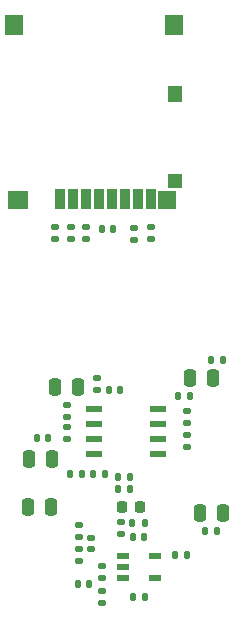
<source format=gbr>
%TF.GenerationSoftware,KiCad,Pcbnew,7.0.7*%
%TF.CreationDate,2023-10-11T19:32:33-04:00*%
%TF.ProjectId,DaisySeedBreakout,44616973-7953-4656-9564-427265616b6f,rev?*%
%TF.SameCoordinates,Original*%
%TF.FileFunction,Paste,Bot*%
%TF.FilePolarity,Positive*%
%FSLAX46Y46*%
G04 Gerber Fmt 4.6, Leading zero omitted, Abs format (unit mm)*
G04 Created by KiCad (PCBNEW 7.0.7) date 2023-10-11 19:32:33*
%MOMM*%
%LPD*%
G01*
G04 APERTURE LIST*
G04 Aperture macros list*
%AMRoundRect*
0 Rectangle with rounded corners*
0 $1 Rounding radius*
0 $2 $3 $4 $5 $6 $7 $8 $9 X,Y pos of 4 corners*
0 Add a 4 corners polygon primitive as box body*
4,1,4,$2,$3,$4,$5,$6,$7,$8,$9,$2,$3,0*
0 Add four circle primitives for the rounded corners*
1,1,$1+$1,$2,$3*
1,1,$1+$1,$4,$5*
1,1,$1+$1,$6,$7*
1,1,$1+$1,$8,$9*
0 Add four rect primitives between the rounded corners*
20,1,$1+$1,$2,$3,$4,$5,0*
20,1,$1+$1,$4,$5,$6,$7,0*
20,1,$1+$1,$6,$7,$8,$9,0*
20,1,$1+$1,$8,$9,$2,$3,0*%
G04 Aperture macros list end*
%ADD10R,1.050000X0.600000*%
%ADD11RoundRect,0.135000X0.135000X0.185000X-0.135000X0.185000X-0.135000X-0.185000X0.135000X-0.185000X0*%
%ADD12RoundRect,0.135000X-0.185000X0.135000X-0.185000X-0.135000X0.185000X-0.135000X0.185000X0.135000X0*%
%ADD13RoundRect,0.135000X0.185000X-0.135000X0.185000X0.135000X-0.185000X0.135000X-0.185000X-0.135000X0*%
%ADD14RoundRect,0.225000X0.225000X0.250000X-0.225000X0.250000X-0.225000X-0.250000X0.225000X-0.250000X0*%
%ADD15RoundRect,0.140000X-0.140000X-0.170000X0.140000X-0.170000X0.140000X0.170000X-0.140000X0.170000X0*%
%ADD16RoundRect,0.140000X0.170000X-0.140000X0.170000X0.140000X-0.170000X0.140000X-0.170000X-0.140000X0*%
%ADD17RoundRect,0.140000X0.140000X0.170000X-0.140000X0.170000X-0.140000X-0.170000X0.140000X-0.170000X0*%
%ADD18RoundRect,0.250000X0.250000X0.475000X-0.250000X0.475000X-0.250000X-0.475000X0.250000X-0.475000X0*%
%ADD19RoundRect,0.135000X-0.135000X-0.185000X0.135000X-0.185000X0.135000X0.185000X-0.135000X0.185000X0*%
%ADD20RoundRect,0.250000X-0.250000X-0.475000X0.250000X-0.475000X0.250000X0.475000X-0.250000X0.475000X0*%
%ADD21R,0.812800X1.676400*%
%ADD22R,1.498600X1.701800*%
%ADD23R,1.295400X1.397000*%
%ADD24R,1.295400X1.295400*%
%ADD25R,1.600200X1.498600*%
%ADD26R,1.701800X1.498600*%
%ADD27R,1.460500X0.558800*%
%ADD28RoundRect,0.140000X-0.170000X0.140000X-0.170000X-0.140000X0.170000X-0.140000X0.170000X0.140000X0*%
G04 APERTURE END LIST*
D10*
%TO.C,U2*%
X146986000Y-81722000D03*
X146986000Y-80772000D03*
X146986000Y-79822000D03*
X149686000Y-79822000D03*
X149686000Y-81722000D03*
%TD*%
D11*
%TO.C,R29*%
X151384000Y-79756000D03*
X152404000Y-79756000D03*
%TD*%
D12*
%TO.C,R20*%
X146812000Y-77980000D03*
X146812000Y-76960000D03*
%TD*%
D11*
%TO.C,R17*%
X147819784Y-77023291D03*
X148839784Y-77023291D03*
%TD*%
D12*
%TO.C,R16*%
X145219094Y-81741088D03*
X145219094Y-80721088D03*
%TD*%
%TO.C,R15*%
X145208755Y-83822000D03*
X145208755Y-82802000D03*
%TD*%
D13*
%TO.C,R13*%
X143256000Y-79248000D03*
X143256000Y-80268000D03*
%TD*%
%TO.C,R12*%
X143256000Y-77216000D03*
X143256000Y-78236000D03*
%TD*%
D14*
%TO.C,C28*%
X148460707Y-75692000D03*
X146910707Y-75692000D03*
%TD*%
D15*
%TO.C,C27*%
X148816000Y-78232000D03*
X147856000Y-78232000D03*
%TD*%
%TO.C,C26*%
X144175094Y-82249088D03*
X143215094Y-82249088D03*
%TD*%
D16*
%TO.C,C25*%
X144272000Y-78288000D03*
X144272000Y-79248000D03*
%TD*%
D17*
%TO.C,C23*%
X147884000Y-83312000D03*
X148844000Y-83312000D03*
%TD*%
D18*
%TO.C,C12*%
X155448000Y-76200000D03*
X153548000Y-76200000D03*
%TD*%
D11*
%TO.C,R5*%
X154942000Y-77724000D03*
X153922000Y-77724000D03*
%TD*%
D19*
%TO.C,R9*%
X142494000Y-72898000D03*
X143514000Y-72898000D03*
%TD*%
D11*
%TO.C,R7*%
X147574000Y-73152000D03*
X146554000Y-73152000D03*
%TD*%
D20*
%TO.C,C4*%
X139004000Y-75692000D03*
X140904000Y-75692000D03*
%TD*%
%TO.C,C17*%
X141290000Y-65532000D03*
X143190000Y-65532000D03*
%TD*%
D21*
%TO.C,J4*%
X141677800Y-49652606D03*
X142777800Y-49652606D03*
X143877800Y-49652606D03*
X144977800Y-49652606D03*
X146077800Y-49652606D03*
X147177800Y-49652606D03*
X148277800Y-49652606D03*
X149377800Y-49652606D03*
D22*
X151327453Y-34891306D03*
X137826153Y-34891306D03*
D23*
X151435800Y-40688600D03*
D24*
X151435800Y-48088600D03*
D25*
X150777900Y-49741506D03*
D26*
X138127300Y-49741506D03*
%TD*%
D15*
%TO.C,C1*%
X145220153Y-52163306D03*
X146180153Y-52163306D03*
%TD*%
D13*
%TO.C,R1*%
X149408553Y-53028906D03*
X149408553Y-52008906D03*
%TD*%
%TO.C,R3*%
X143871353Y-53028906D03*
X143871353Y-52008906D03*
%TD*%
D19*
%TO.C,R10*%
X146556000Y-74168000D03*
X147576000Y-74168000D03*
%TD*%
D13*
%TO.C,R14*%
X141280553Y-53028906D03*
X141280553Y-52008906D03*
%TD*%
%TO.C,R8*%
X152400000Y-68582000D03*
X152400000Y-67562000D03*
%TD*%
D11*
%TO.C,R18*%
X152656000Y-66294000D03*
X151636000Y-66294000D03*
%TD*%
D27*
%TO.C,U3*%
X149985005Y-67424090D03*
X149985005Y-68694090D03*
X149985005Y-69964090D03*
X149985005Y-71234090D03*
X144536705Y-71234090D03*
X144536705Y-69964090D03*
X144536705Y-68694090D03*
X144536705Y-67424090D03*
%TD*%
D13*
%TO.C,R25*%
X144780000Y-65786000D03*
X144780000Y-64766000D03*
%TD*%
D20*
%TO.C,C5*%
X139073014Y-71609217D03*
X140973014Y-71609217D03*
%TD*%
D19*
%TO.C,R67*%
X145514920Y-72898000D03*
X144494920Y-72898000D03*
%TD*%
D20*
%TO.C,C11*%
X152720000Y-64770000D03*
X154620000Y-64770000D03*
%TD*%
D28*
%TO.C,C70*%
X152400000Y-69624000D03*
X152400000Y-70584000D03*
%TD*%
D13*
%TO.C,R2*%
X147935353Y-53079706D03*
X147935353Y-52059706D03*
%TD*%
%TO.C,R19*%
X142240000Y-68074000D03*
X142240000Y-67054000D03*
%TD*%
D17*
%TO.C,C71*%
X140688000Y-69850000D03*
X139728000Y-69850000D03*
%TD*%
D19*
%TO.C,R24*%
X154430000Y-63246000D03*
X155450000Y-63246000D03*
%TD*%
D13*
%TO.C,R4*%
X142601353Y-53028906D03*
X142601353Y-52008906D03*
%TD*%
%TO.C,R66*%
X142310147Y-69966090D03*
X142310147Y-68946090D03*
%TD*%
D15*
%TO.C,C24*%
X145824000Y-65786000D03*
X146784000Y-65786000D03*
%TD*%
M02*

</source>
